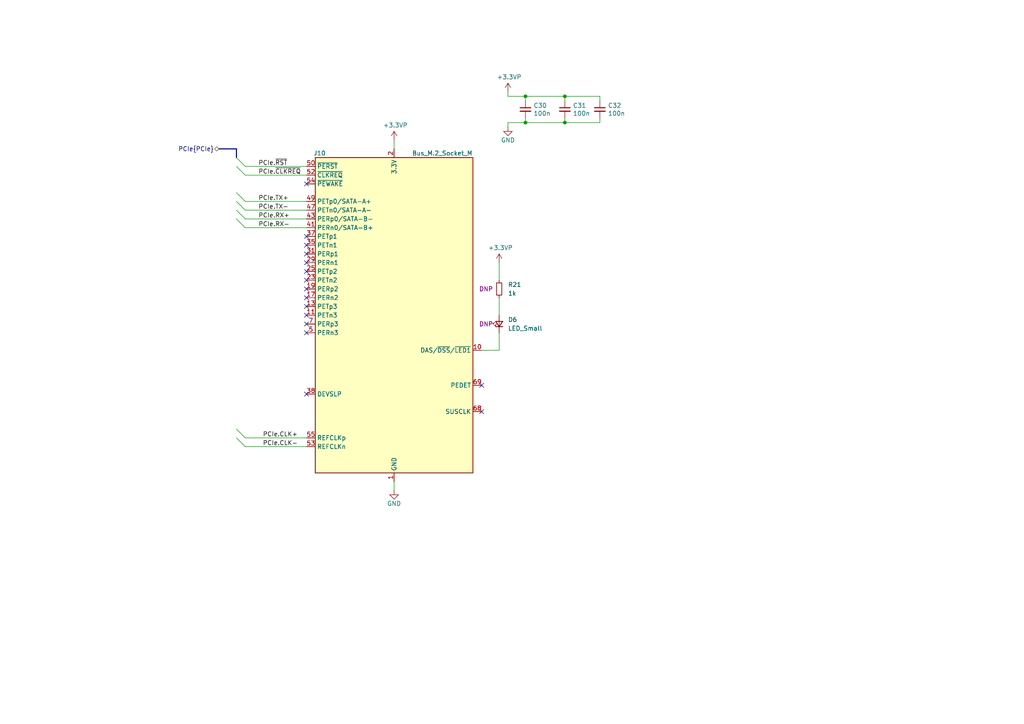
<source format=kicad_sch>
(kicad_sch (version 20210406) (generator eeschema)
  (paper "A4")
  (title_block (date "2021-01-12") (rev "0.1") (company "Nabu Casa") (comment 1 "www.nabucasa.com") (comment 2 "Light Blue"))
  (lib_symbols
    (symbol "Connector:Bus_M.2_Socket_M"
      (property "Reference" "J" (at -22.86 46.99 0))
      (property "Value" "Bus_M.2_Socket_M" (at 16.51 46.99 0))
      (symbol "Bus_M.2_Socket_M_0_1"
        (rectangle (start -22.86 45.72) (end 22.86 -45.72) (stroke (width 0.254)) (fill (type background)))
      )
      (symbol "Bus_M.2_Socket_M_1_1"
        (pin power_in line (at 0 -48.26 90) (length 2.54) (name "GND") (number "1"))
        (pin bidirectional line (at 25.4 -10.16 180) (length 2.54) (name "DAS/~DSS~/~LED1") (number "10"))
        (pin output line (at -25.4 0 0) (length 2.54) (name "PETn3") (number "11"))
        (pin passive line (at 0 48.26 270) (length 2.54) hide (name "3.3V") (number "12"))
        (pin output line (at -25.4 2.54 0) (length 2.54) (name "PETp3") (number "13"))
        (pin passive line (at 0 48.26 270) (length 2.54) hide (name "3.3V") (number "14"))
        (pin passive line (at 0 -48.26 90) (length 2.54) hide (name "GND") (number "15"))
        (pin passive line (at 0 48.26 270) (length 2.54) hide (name "3.3V") (number "16"))
        (pin input line (at -25.4 5.08 0) (length 2.54) (name "PERn2") (number "17"))
        (pin passive line (at 0 48.26 270) (length 2.54) hide (name "3.3V") (number "18"))
        (pin input line (at -25.4 7.62 0) (length 2.54) (name "PERp2") (number "19"))
        (pin power_in line (at 0 48.26 270) (length 2.54) (name "3.3V") (number "2"))
        (pin no_connect line (at 22.86 2.54 180) (length 2.54) hide (name "NC") (number "20"))
        (pin passive line (at 0 -48.26 90) (length 2.54) hide (name "GND") (number "21"))
        (pin no_connect line (at 22.86 5.08 180) (length 2.54) hide (name "NC") (number "22"))
        (pin output line (at -25.4 10.16 0) (length 2.54) (name "PETn2") (number "23"))
        (pin no_connect line (at 22.86 7.62 180) (length 2.54) hide (name "NC") (number "24"))
        (pin output line (at -25.4 12.7 0) (length 2.54) (name "PETp2") (number "25"))
        (pin no_connect line (at 22.86 10.16 180) (length 2.54) hide (name "NC") (number "26"))
        (pin passive line (at 0 -48.26 90) (length 2.54) hide (name "GND") (number "27"))
        (pin no_connect line (at 22.86 12.7 180) (length 2.54) hide (name "NC") (number "28"))
        (pin input line (at -25.4 15.24 0) (length 2.54) (name "PERn1") (number "29"))
        (pin passive line (at 0 -48.26 90) (length 2.54) hide (name "GND") (number "3"))
        (pin no_connect line (at 22.86 15.24 180) (length 2.54) hide (name "NC") (number "30"))
        (pin input line (at -25.4 17.78 0) (length 2.54) (name "PERp1") (number "31"))
        (pin no_connect line (at 22.86 17.78 180) (length 2.54) hide (name "NC") (number "32"))
        (pin passive line (at 0 -48.26 90) (length 2.54) hide (name "GND") (number "33"))
        (pin no_connect line (at 22.86 20.32 180) (length 2.54) hide (name "NC") (number "34"))
        (pin output line (at -25.4 20.32 0) (length 2.54) (name "PETn1") (number "35"))
        (pin no_connect line (at 22.86 22.86 180) (length 2.54) hide (name "NC") (number "36"))
        (pin output line (at -25.4 22.86 0) (length 2.54) (name "PETp1") (number "37"))
        (pin output line (at -25.4 -22.86 0) (length 2.54) (name "DEVSLP") (number "38"))
        (pin passive line (at 0 -48.26 90) (length 2.54) hide (name "GND") (number "39"))
        (pin passive line (at 0 48.26 270) (length 2.54) hide (name "3.3V") (number "4"))
        (pin no_connect line (at 22.86 25.4 180) (length 2.54) hide (name "NC") (number "40"))
        (pin input line (at -25.4 25.4 0) (length 2.54) (name "PERn0/SATA-B+") (number "41"))
        (pin no_connect line (at 22.86 27.94 180) (length 2.54) hide (name "NC") (number "42"))
        (pin input line (at -25.4 27.94 0) (length 2.54) (name "PERp0/SATA-B-") (number "43"))
        (pin no_connect line (at 22.86 30.48 180) (length 2.54) hide (name "NC") (number "44"))
        (pin passive line (at 0 -48.26 90) (length 2.54) hide (name "GND") (number "45"))
        (pin no_connect line (at 22.86 33.02 180) (length 2.54) hide (name "NC") (number "46"))
        (pin output line (at -25.4 30.48 0) (length 2.54) (name "PETn0/SATA-A-") (number "47"))
        (pin no_connect line (at 22.86 35.56 180) (length 2.54) hide (name "NC") (number "48"))
        (pin output line (at -25.4 33.02 0) (length 2.54) (name "PETp0/SATA-A+") (number "49"))
        (pin input line (at -25.4 -5.08 0) (length 2.54) (name "PERn3") (number "5"))
        (pin output line (at -25.4 43.18 0) (length 2.54) (name "~PERST") (number "50"))
        (pin passive line (at 0 -48.26 90) (length 2.54) hide (name "GND") (number "51"))
        (pin bidirectional line (at -25.4 40.64 0) (length 2.54) (name "~CLKREQ") (number "52"))
        (pin output line (at -25.4 -38.1 0) (length 2.54) (name "REFCLKn") (number "53"))
        (pin bidirectional line (at -25.4 38.1 0) (length 2.54) (name "~PEWAKE") (number "54"))
        (pin output line (at -25.4 -35.56 0) (length 2.54) (name "REFCLKp") (number "55"))
        (pin no_connect line (at 22.86 38.1 180) (length 2.54) hide (name "NC") (number "56"))
        (pin passive line (at 0 -48.26 90) (length 2.54) hide (name "GND") (number "57"))
        (pin no_connect line (at 22.86 40.64 180) (length 2.54) hide (name "NC") (number "58"))
        (pin no_connect line (at 22.86 -2.54 180) (length 2.54) hide (name "NC") (number "6"))
        (pin no_connect line (at 22.86 -5.08 180) (length 2.54) hide (name "NC") (number "67"))
        (pin output line (at 25.4 -27.94 180) (length 2.54) (name "SUSCLK") (number "68"))
        (pin passive line (at 25.4 -20.32 180) (length 2.54) (name "PEDET") (number "69"))
        (pin input line (at -25.4 -2.54 0) (length 2.54) (name "PERp3") (number "7"))
        (pin passive line (at 0 48.26 270) (length 2.54) hide (name "3.3V") (number "70"))
        (pin passive line (at 0 -48.26 90) (length 2.54) hide (name "GND") (number "71"))
        (pin passive line (at 0 48.26 270) (length 2.54) hide (name "3.3V") (number "72"))
        (pin passive line (at 0 -48.26 90) (length 2.54) hide (name "GND") (number "73"))
        (pin passive line (at 0 48.26 270) (length 2.54) hide (name "3.3V") (number "74"))
        (pin passive line (at 0 -48.26 90) (length 2.54) hide (name "GND") (number "75"))
        (pin no_connect line (at 22.86 0 180) (length 2.54) hide (name "NC") (number "8"))
        (pin passive line (at 0 -48.26 90) (length 2.54) hide (name "GND") (number "9"))
      )
    )
    (symbol "Device:C_Small" (pin_numbers hide) (pin_names (offset 0.254) hide)
      (property "Reference" "C" (at 0.254 1.778 0))
      (property "Value" "C_Small" (at 0.254 -2.032 0))
      (symbol "C_Small_0_1"
        (polyline (pts (xy -1.524 -0.508) (xy 1.524 -0.508)) (stroke (width 0.3302)))
        (polyline (pts (xy -1.524 0.508) (xy 1.524 0.508)) (stroke (width 0.3048)))
      )
      (symbol "C_Small_1_1"
        (pin passive line (at 0 2.54 270) (length 2.032) (name "~") (number "1"))
        (pin passive line (at 0 -2.54 90) (length 2.032) (name "~") (number "2"))
      )
    )
    (symbol "Device:LED_Small" (pin_numbers hide) (pin_names (offset 0.254) hide)
      (property "Reference" "D" (at -1.27 3.175 0))
      (property "Value" "LED_Small" (at -4.445 -2.54 0))
      (symbol "LED_Small_0_1"
        (polyline (pts (xy -0.762 -1.016) (xy -0.762 1.016)) (stroke (width 0.254)))
        (polyline (pts (xy 1.016 0) (xy -0.762 0)))
        (polyline (pts (xy 0.762 -1.016) (xy -0.762 0) (xy 0.762 1.016) (xy 0.762 -1.016)) (stroke (width 0.254)))
        (polyline (pts (xy 0 0.762) (xy -0.508 1.27) (xy -0.254 1.27) (xy -0.508 1.27) (xy -0.508 1.016)))
        (polyline (pts (xy 0.508 1.27) (xy 0 1.778) (xy 0.254 1.778) (xy 0 1.778) (xy 0 1.524)))
      )
      (symbol "LED_Small_1_1"
        (pin passive line (at -2.54 0 0) (length 1.778) (name "K") (number "1"))
        (pin passive line (at 2.54 0 180) (length 1.778) (name "A") (number "2"))
      )
    )
    (symbol "Device:R_Small" (pin_numbers hide) (pin_names (offset 0.254) hide)
      (property "Reference" "R" (at 0.762 0.508 0))
      (property "Value" "R_Small" (at 0.762 -1.016 0))
      (symbol "R_Small_0_1"
        (rectangle (start -0.762 1.778) (end 0.762 -1.778) (stroke (width 0.2032)))
      )
      (symbol "R_Small_1_1"
        (pin passive line (at 0 2.54 270) (length 0.762) (name "~") (number "1"))
        (pin passive line (at 0 -2.54 90) (length 0.762) (name "~") (number "2"))
      )
    )
    (symbol "power:+3.3VP" (power) (pin_names (offset 0))
      (property "Value" "+3.3VP" (at 0 2.54 0))
      (symbol "+3.3VP_0_0"
        (pin power_in line (at 0 0 90) (length 0) hide (name "+3.3VP") (number "1"))
      )
      (symbol "+3.3VP_0_1"
        (polyline (pts (xy -0.762 1.27) (xy 0 2.54)))
        (polyline (pts (xy 0 0) (xy 0 2.54)))
        (polyline (pts (xy 0 2.54) (xy 0.762 1.27)))
      )
    )
    (symbol "power:GND" (power) (pin_names (offset 0))
      (property "Value" "GND" (at 0 -3.81 0))
      (symbol "GND_0_1"
        (polyline (pts (xy 0 0) (xy 0 -1.27) (xy 1.27 -1.27) (xy 0 -2.54) (xy -1.27 -1.27) (xy 0 -1.27)))
      )
      (symbol "GND_1_1"
        (pin power_in line (at 0 0 270) (length 0) hide (name "GND") (number "1"))
      )
    )
  )
  (junction (at 152.4 27.94) (diameter 0.9144))
  (junction (at 152.4 35.56) (diameter 0.9144))
  (junction (at 163.83 27.94) (diameter 0.9144))
  (junction (at 163.83 35.56) (diameter 0.9144))
  (no_connect (at 88.9 53.34))
  (no_connect (at 88.9 68.58))
  (no_connect (at 88.9 71.12))
  (no_connect (at 88.9 73.66))
  (no_connect (at 88.9 76.2))
  (no_connect (at 88.9 78.74))
  (no_connect (at 88.9 81.28))
  (no_connect (at 88.9 83.82))
  (no_connect (at 88.9 86.36))
  (no_connect (at 88.9 88.9))
  (no_connect (at 88.9 91.44))
  (no_connect (at 88.9 93.98))
  (no_connect (at 88.9 96.52))
  (no_connect (at 88.9 114.3))
  (no_connect (at 139.7 111.76))
  (no_connect (at 139.7 119.38))
  (bus_entry (at 68.58 45.72) (size 2.54 2.54) (stroke (width 0.1524)))
  (bus_entry (at 68.58 48.26) (size 2.54 2.54) (stroke (width 0.1524)))
  (bus_entry (at 68.58 55.88) (size 2.54 2.54) (stroke (width 0.1524)))
  (bus_entry (at 68.58 58.42) (size 2.54 2.54) (stroke (width 0.1524)))
  (bus_entry (at 68.58 60.96) (size 2.54 2.54) (stroke (width 0.1524)))
  (bus_entry (at 68.58 63.5) (size 2.54 2.54) (stroke (width 0.1524)))
  (bus_entry (at 68.58 124.46) (size 2.54 2.54) (stroke (width 0.1524)))
  (bus_entry (at 68.58 127) (size 2.54 2.54) (stroke (width 0.1524)))
  (wire (pts (xy 71.12 48.26) (xy 88.9 48.26)))
  (wire (pts (xy 71.12 50.8) (xy 88.9 50.8)))
  (wire (pts (xy 71.12 58.42) (xy 88.9 58.42)))
  (wire (pts (xy 71.12 60.96) (xy 88.9 60.96)))
  (wire (pts (xy 71.12 63.5) (xy 88.9 63.5)))
  (wire (pts (xy 71.12 66.04) (xy 88.9 66.04)))
  (wire (pts (xy 71.12 127) (xy 88.9 127)))
  (wire (pts (xy 71.12 129.54) (xy 88.9 129.54)))
  (wire (pts (xy 114.3 40.64) (xy 114.3 43.18)))
  (wire (pts (xy 114.3 139.7) (xy 114.3 142.24)))
  (wire (pts (xy 139.7 101.6) (xy 144.78 101.6)))
  (wire (pts (xy 144.78 76.2) (xy 144.78 81.28)))
  (wire (pts (xy 144.78 86.36) (xy 144.78 91.44)))
  (wire (pts (xy 144.78 96.52) (xy 144.78 101.6)))
  (wire (pts (xy 147.32 26.67) (xy 147.32 27.94)))
  (wire (pts (xy 147.32 27.94) (xy 152.4 27.94)))
  (wire (pts (xy 147.32 35.56) (xy 147.32 36.83)))
  (wire (pts (xy 147.32 35.56) (xy 152.4 35.56)))
  (wire (pts (xy 152.4 27.94) (xy 152.4 29.21)))
  (wire (pts (xy 152.4 27.94) (xy 163.83 27.94)))
  (wire (pts (xy 152.4 34.29) (xy 152.4 35.56)))
  (wire (pts (xy 152.4 35.56) (xy 163.83 35.56)))
  (wire (pts (xy 163.83 27.94) (xy 163.83 29.21)))
  (wire (pts (xy 163.83 27.94) (xy 173.99 27.94)))
  (wire (pts (xy 163.83 34.29) (xy 163.83 35.56)))
  (wire (pts (xy 163.83 35.56) (xy 173.99 35.56)))
  (wire (pts (xy 173.99 27.94) (xy 173.99 29.21)))
  (wire (pts (xy 173.99 34.29) (xy 173.99 35.56)))
  (bus (pts (xy 63.5 43.18) (xy 68.58 43.18)))
  (bus (pts (xy 68.58 43.18) (xy 68.58 127)))
  (label "PCIe.~RST" (at 74.93 48.26 0))
  (label "PCIe.~CLKREQ" (at 74.93 50.8 0))
  (label "PCIe.TX+" (at 74.93 58.42 0))
  (label "PCIe.TX-" (at 74.93 60.96 0))
  (label "PCIe.RX+" (at 74.93 63.5 0))
  (label "PCIe.RX-" (at 74.93 66.04 0))
  (label "PCIe.CLK+" (at 76.2 127 0))
  (label "PCIe.CLK-" (at 76.2 129.54 0))
  (hierarchical_label "PCIe{PCIe}" (shape bidirectional) (at 63.5 43.18 180))
  (symbol (lib_id "power:+3.3VP") (at 114.3 40.64 0) (unit 1)
    (property "Reference" "#PWR0186" (effects hide))
    (property "Value" "+3.3VP" (at 114.6683 36.3156 0))
  )
  (symbol (lib_id "power:+3.3VP") (at 144.78 76.2 0) (unit 1)
    (property "Reference" "#PWR0187" (effects hide))
    (property "Value" "+3.3VP" (at 145.1483 71.8756 0))
  )
  (symbol (lib_id "power:+3.3VP") (at 147.32 26.67 0) (unit 1)
    (property "Reference" "#PWR0185" (effects hide))
    (property "Value" "+3.3VP" (at 147.6883 22.3456 0))
  )
  (symbol (lib_id "power:GND") (at 114.3 142.24 0) (unit 1)
    (property "Reference" "#PWR0189" (effects hide))
    (property "Value" "GND" (at 114.3 146.05 0))
  )
  (symbol (lib_id "power:GND") (at 147.32 36.83 0) (unit 1)
    (property "Reference" "#PWR0188" (effects hide))
    (property "Value" "GND" (at 147.32 40.64 0))
  )
  (symbol (lib_id "Device:R_Small") (at 144.78 83.82 0) (unit 1)
    (property "Reference" "R21" (at 147.32 82.55 0) (effects (justify left)))
    (property "Value" "1k" (at 147.32 85.09 0) (effects (justify left)))
    (property "Footprint" "Resistor_SMD:R_0402_1005Metric" (effects hide))
    (property "Config" "DNP" (at 140.97 83.82 0))
  )
  (symbol (lib_id "Device:LED_Small") (at 144.78 93.98 90) (unit 1)
    (property "Reference" "D6" (at 147.32 92.71 90) (effects (justify right)))
    (property "Value" "LED_Small" (at 147.32 95.25 90) (effects (justify right)))
    (property "Footprint" "LED_SMD:LED_0603_1608Metric" (effects hide))
    (property "Config" "DNP" (at 140.97 93.98 90))
    (property "Manufacturer" "Lite-On" (effects hide))
    (property "PartNumber" "LTST-C191TBKT" (effects hide))
  )
  (symbol (lib_id "Device:C_Small") (at 152.4 31.75 0) (unit 1)
    (property "Reference" "C30" (at 154.7242 30.6006 0) (effects (justify left)))
    (property "Value" "100n" (at 154.724 32.899 0) (effects (justify left)))
    (property "Footprint" "Capacitor_SMD:C_0402_1005Metric" (effects hide))
  )
  (symbol (lib_id "Device:C_Small") (at 163.83 31.75 0) (unit 1)
    (property "Reference" "C31" (at 166.1542 30.6006 0) (effects (justify left)))
    (property "Value" "100n" (at 166.154 32.899 0) (effects (justify left)))
    (property "Footprint" "Capacitor_SMD:C_0402_1005Metric" (effects hide))
  )
  (symbol (lib_id "Device:C_Small") (at 173.99 31.75 0) (unit 1)
    (property "Reference" "C32" (at 176.3142 30.6006 0) (effects (justify left)))
    (property "Value" "100n" (at 176.314 32.899 0) (effects (justify left)))
    (property "Footprint" "Capacitor_SMD:C_0402_1005Metric" (effects hide))
  )
  (symbol (lib_id "Connector:Bus_M.2_Socket_M") (at 114.3 91.44 0) (unit 1)
    (property "Reference" "J10" (at 92.71 44.45 0))
    (property "Value" "Bus_M.2_Socket_M" (at 128.27 44.45 0))
    (property "Footprint" "LightBlue:TE_1-2199230-3_Bus_M.2_M_H4.2mm_P0.5mm_2280_Horizontal" (effects hide))
    (property "Datasheet" "http://read.pudn.com/downloads794/doc/project/3133918/PCIe_M.2_Electromechanical_Spec_Rev1.0_Final_11012013_RS_Clean.pdf#page=155" (effects hide))
    (property "Manufacturer" "TE" (effects hide))
    (property "PartNumber" "1-2199119-5" (effects hide))
  )
)
</source>
